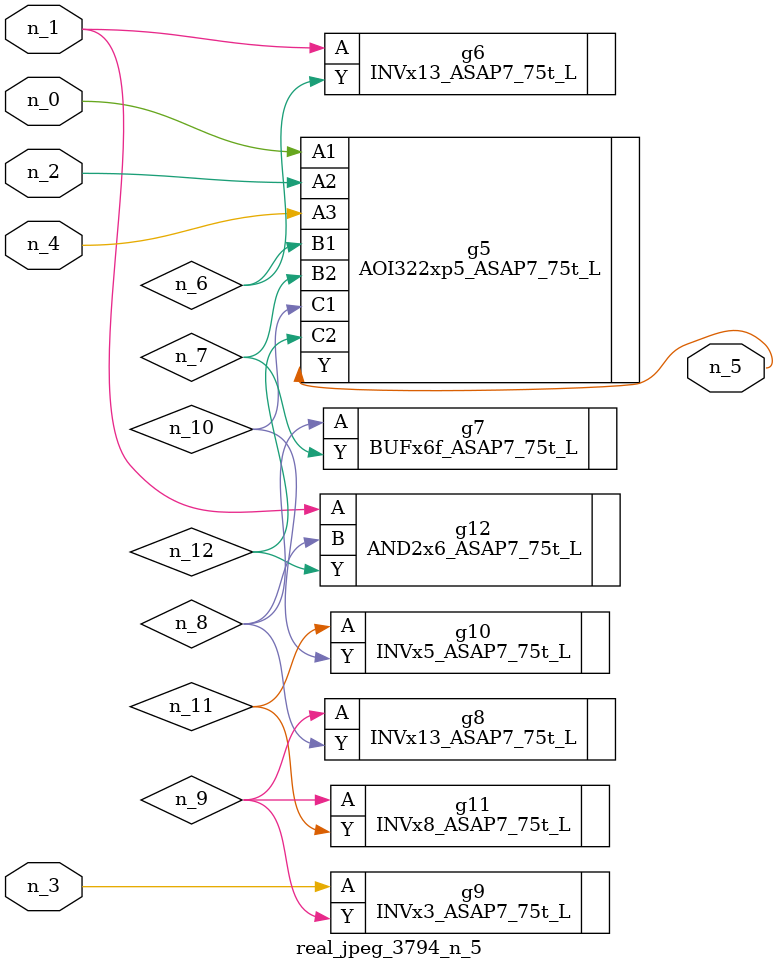
<source format=v>
module real_jpeg_3794_n_5 (n_4, n_0, n_1, n_2, n_3, n_5);

input n_4;
input n_0;
input n_1;
input n_2;
input n_3;

output n_5;

wire n_12;
wire n_8;
wire n_11;
wire n_6;
wire n_7;
wire n_10;
wire n_9;

AOI322xp5_ASAP7_75t_L g5 ( 
.A1(n_0),
.A2(n_2),
.A3(n_4),
.B1(n_6),
.B2(n_7),
.C1(n_10),
.C2(n_12),
.Y(n_5)
);

INVx13_ASAP7_75t_L g6 ( 
.A(n_1),
.Y(n_6)
);

AND2x6_ASAP7_75t_L g12 ( 
.A(n_1),
.B(n_8),
.Y(n_12)
);

INVx3_ASAP7_75t_L g9 ( 
.A(n_3),
.Y(n_9)
);

BUFx6f_ASAP7_75t_L g7 ( 
.A(n_8),
.Y(n_7)
);

INVx13_ASAP7_75t_L g8 ( 
.A(n_9),
.Y(n_8)
);

INVx8_ASAP7_75t_L g11 ( 
.A(n_9),
.Y(n_11)
);

INVx5_ASAP7_75t_L g10 ( 
.A(n_11),
.Y(n_10)
);


endmodule
</source>
